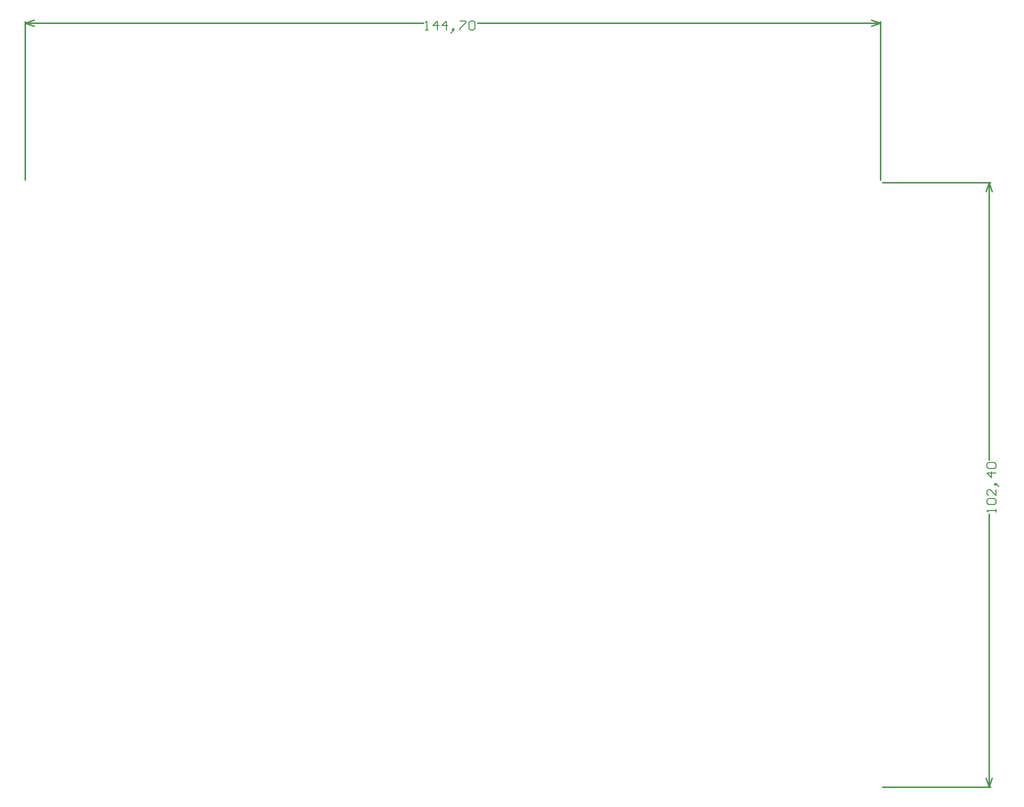
<source format=gm1>
G04*
G04 #@! TF.GenerationSoftware,Altium Limited,Altium Designer,19.1.8 (144)*
G04*
G04 Layer_Color=16711935*
%FSAX25Y25*%
%MOIN*%
G70*
G01*
G75*
%ADD156C,0.01000*%
%ADD158C,0.00600*%
D156*
X0641653Y0402756D02*
X0643653Y0396756D01*
X0639653D02*
X0641653Y0402756D01*
X0639653Y0005606D02*
X0641653Y-0000394D01*
X0643653Y0005606D01*
X0641653Y0217676D02*
Y0402756D01*
Y-0000394D02*
Y0181486D01*
X0570685Y0402756D02*
X0642654D01*
X0570685Y-0000394D02*
X0642654D01*
X0563291Y0506937D02*
X0569291Y0508937D01*
X0563291Y0510937D02*
X0569291Y0508937D01*
X-0000394D02*
X0005606Y0510937D01*
X-0000394Y0508937D02*
X0005606Y0506937D01*
X0300943Y0508937D02*
X0569291D01*
X-0000394D02*
X0264754D01*
X0569291Y0404150D02*
Y0509937D01*
X-0000394Y0404150D02*
Y0509937D01*
D158*
X0646252Y0183086D02*
Y0185086D01*
Y0184086D01*
X0640254D01*
X0641254Y0183086D01*
Y0188085D02*
X0640254Y0189084D01*
Y0191084D01*
X0641254Y0192084D01*
X0645253D01*
X0646252Y0191084D01*
Y0189084D01*
X0645253Y0188085D01*
X0641254D01*
X0646252Y0198082D02*
Y0194083D01*
X0642253Y0198082D01*
X0641254D01*
X0640254Y0197082D01*
Y0195083D01*
X0641254Y0194083D01*
X0647252Y0201081D02*
X0646252Y0202080D01*
X0645253D01*
Y0201081D01*
X0646252D01*
Y0202080D01*
X0647252Y0201081D01*
X0648252Y0200081D01*
X0646252Y0209078D02*
X0640254D01*
X0643253Y0206079D01*
Y0210078D01*
X0641254Y0212077D02*
X0640254Y0213077D01*
Y0215076D01*
X0641254Y0216076D01*
X0645253D01*
X0646252Y0215076D01*
Y0213077D01*
X0645253Y0212077D01*
X0641254D01*
X0266354Y0504338D02*
X0268354D01*
X0267354D01*
Y0510336D01*
X0266354Y0509337D01*
X0274352Y0504338D02*
Y0510336D01*
X0271353Y0507337D01*
X0275351D01*
X0280350Y0504338D02*
Y0510336D01*
X0277351Y0507337D01*
X0281349D01*
X0284348Y0503339D02*
X0285348Y0504338D01*
Y0505338D01*
X0284348D01*
Y0504338D01*
X0285348D01*
X0284348Y0503339D01*
X0283349Y0502339D01*
X0289347Y0510336D02*
X0293345D01*
Y0509337D01*
X0289347Y0505338D01*
Y0504338D01*
X0295345Y0509337D02*
X0296344Y0510336D01*
X0298344D01*
X0299343Y0509337D01*
Y0505338D01*
X0298344Y0504338D01*
X0296344D01*
X0295345Y0505338D01*
Y0509337D01*
M02*

</source>
